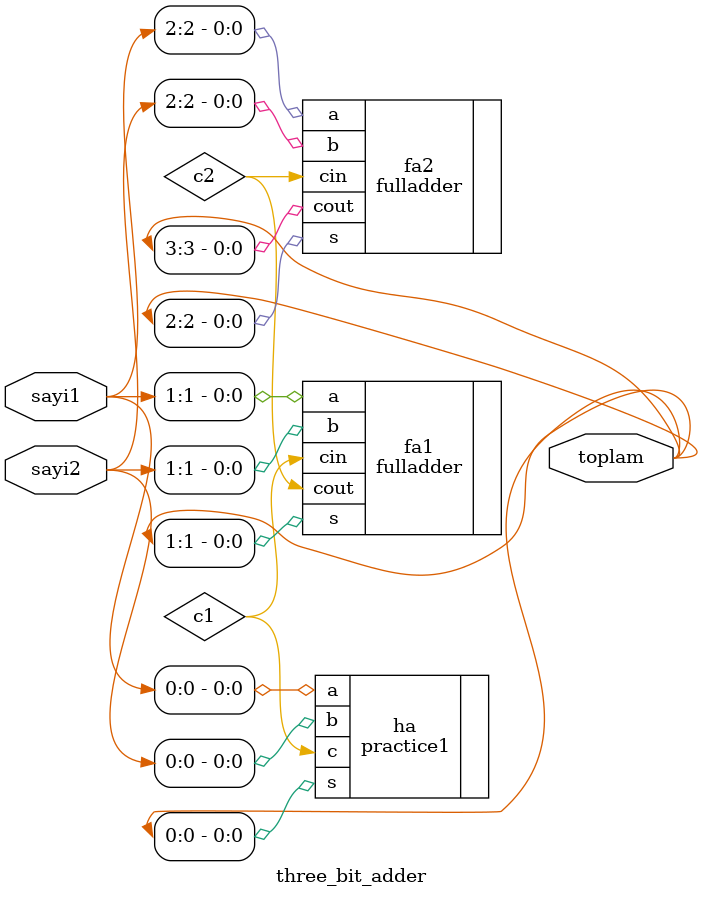
<source format=v>
`timescale 1ns / 1ps


module three_bit_adder(
input [2:0] sayi1,
input [2:0] sayi2,
output [3:0] toplam
    );
    
    wire c1,c2;
    
     practice1 ha(
    .a(sayi1[0]),
    .b(sayi2[0]),
    .s(toplam[0]),
    .c(c1)
    );
    fulladder fa1(
    .a(sayi1[1]),
    .b(sayi2[1]),
    .cin(c1),
    .s(toplam[1]),
    .cout(c2)
    );
    fulladder fa2(
    .a(sayi1[2]),
    .b(sayi2[2]),
    .cin(c2),
    .s(toplam[2]),
    .cout(toplam[3])
    );
    
    
    
endmodule

</source>
